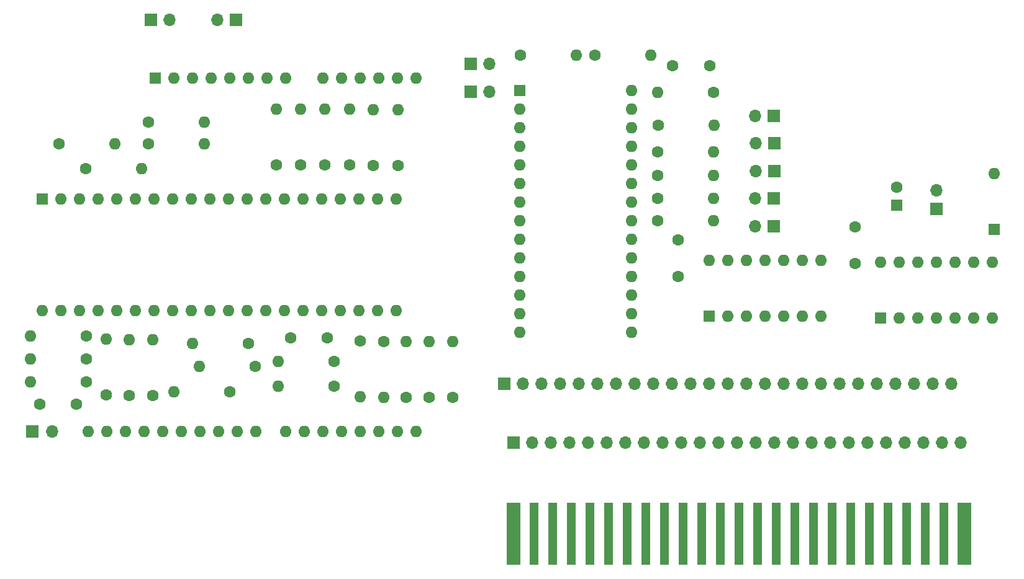
<source format=gbr>
G04 #@! TF.GenerationSoftware,KiCad,Pcbnew,(6.0.2)*
G04 #@! TF.CreationDate,2022-07-02T16:06:33-05:00*
G04 #@! TF.ProjectId,Apple2Card,4170706c-6532-4436-9172-642e6b696361,rev?*
G04 #@! TF.SameCoordinates,Original*
G04 #@! TF.FileFunction,Soldermask,Bot*
G04 #@! TF.FilePolarity,Negative*
%FSLAX46Y46*%
G04 Gerber Fmt 4.6, Leading zero omitted, Abs format (unit mm)*
G04 Created by KiCad (PCBNEW (6.0.2)) date 2022-07-02 16:06:33*
%MOMM*%
%LPD*%
G01*
G04 APERTURE LIST*
%ADD10R,1.600000X1.600000*%
%ADD11O,1.600000X1.600000*%
%ADD12C,1.600000*%
%ADD13R,1.700000X1.700000*%
%ADD14O,1.700000X1.700000*%
%ADD15R,1.910000X8.530000*%
%ADD16R,1.270000X8.530000*%
G04 APERTURE END LIST*
D10*
X185880000Y-57490000D03*
D11*
X185880000Y-49870000D03*
D12*
X131500000Y-33630000D03*
D11*
X139120000Y-33630000D03*
D13*
X178010000Y-54640000D03*
D14*
X178010000Y-52100000D03*
D12*
X142100000Y-35130000D03*
X147100000Y-35130000D03*
X142810000Y-58930000D03*
X142810000Y-63930000D03*
D13*
X114555000Y-34890000D03*
D14*
X117095000Y-34890000D03*
D12*
X140100000Y-43220000D03*
D11*
X147720000Y-43220000D03*
D13*
X155920000Y-45720000D03*
D14*
X153380000Y-45720000D03*
D10*
X71525000Y-36790000D03*
D11*
X74065000Y-36790000D03*
X76605000Y-36790000D03*
X79145000Y-36790000D03*
X81685000Y-36790000D03*
X84225000Y-36790000D03*
X86765000Y-36790000D03*
X89305000Y-36790000D03*
X94385000Y-36790000D03*
X96925000Y-36790000D03*
X99465000Y-36790000D03*
X102005000Y-36790000D03*
X104545000Y-36790000D03*
X107085000Y-36790000D03*
X107085000Y-85050000D03*
X104545000Y-85050000D03*
X102005000Y-85050000D03*
X99465000Y-85050000D03*
X96925000Y-85050000D03*
X94385000Y-85050000D03*
X91845000Y-85050000D03*
X89305000Y-85050000D03*
X85245000Y-85050000D03*
X82705000Y-85050000D03*
X80165000Y-85050000D03*
X77625000Y-85050000D03*
X75085000Y-85050000D03*
X72545000Y-85050000D03*
X70005000Y-85050000D03*
X67465000Y-85050000D03*
X64925000Y-85050000D03*
X62385000Y-85050000D03*
D12*
X140050000Y-56310000D03*
D11*
X147670000Y-56310000D03*
D15*
X181864000Y-99060000D03*
D16*
X179070000Y-99060000D03*
X176530000Y-99060000D03*
X173990000Y-99060000D03*
X171450000Y-99060000D03*
X168910000Y-99060000D03*
X166370000Y-99060000D03*
X163830000Y-99060000D03*
X161290000Y-99060000D03*
X158750000Y-99060000D03*
X156210000Y-99060000D03*
X153670000Y-99060000D03*
X151130000Y-99060000D03*
X148590000Y-99060000D03*
X146050000Y-99060000D03*
X143510000Y-99060000D03*
X140970000Y-99060000D03*
X138430000Y-99060000D03*
X135890000Y-99060000D03*
X133350000Y-99060000D03*
X130810000Y-99060000D03*
X128270000Y-99060000D03*
X125730000Y-99060000D03*
X123190000Y-99060000D03*
D15*
X120396000Y-99060000D03*
D13*
X155885000Y-41970000D03*
D14*
X153345000Y-41970000D03*
D13*
X120396000Y-86614000D03*
D14*
X122936000Y-86614000D03*
X125476000Y-86614000D03*
X128016000Y-86614000D03*
X130556000Y-86614000D03*
X133096000Y-86614000D03*
X135636000Y-86614000D03*
X138176000Y-86614000D03*
X140716000Y-86614000D03*
X143256000Y-86614000D03*
X145796000Y-86614000D03*
X148336000Y-86614000D03*
X150876000Y-86614000D03*
X153416000Y-86614000D03*
X155956000Y-86614000D03*
X158496000Y-86614000D03*
X161036000Y-86614000D03*
X163576000Y-86614000D03*
X166116000Y-86614000D03*
X168656000Y-86614000D03*
X171196000Y-86614000D03*
X173736000Y-86614000D03*
X176276000Y-86614000D03*
X178816000Y-86614000D03*
X181356000Y-86614000D03*
D13*
X119130000Y-78510000D03*
D14*
X121670000Y-78510000D03*
X124210000Y-78510000D03*
X126750000Y-78510000D03*
X129290000Y-78510000D03*
X131830000Y-78510000D03*
X134370000Y-78510000D03*
X136910000Y-78510000D03*
X139450000Y-78510000D03*
X141990000Y-78510000D03*
X144530000Y-78510000D03*
X147070000Y-78510000D03*
X149610000Y-78510000D03*
X152150000Y-78510000D03*
X154690000Y-78510000D03*
X157230000Y-78510000D03*
X159770000Y-78510000D03*
X162310000Y-78510000D03*
X164850000Y-78510000D03*
X167390000Y-78510000D03*
X169930000Y-78510000D03*
X172470000Y-78510000D03*
X175010000Y-78510000D03*
X177550000Y-78510000D03*
X180090000Y-78510000D03*
D13*
X155900000Y-53240000D03*
D14*
X153360000Y-53240000D03*
D12*
X140060000Y-50050000D03*
D11*
X147680000Y-50050000D03*
D12*
X121300000Y-33660000D03*
D11*
X128920000Y-33660000D03*
D10*
X147066000Y-69342000D03*
D11*
X149606000Y-69342000D03*
X152146000Y-69342000D03*
X154686000Y-69342000D03*
X157226000Y-69342000D03*
X159766000Y-69342000D03*
X162306000Y-69342000D03*
X162306000Y-61722000D03*
X159766000Y-61722000D03*
X157226000Y-61722000D03*
X154686000Y-61722000D03*
X152146000Y-61722000D03*
X149606000Y-61722000D03*
X147066000Y-61722000D03*
D10*
X170429000Y-69586000D03*
D11*
X172969000Y-69586000D03*
X175509000Y-69586000D03*
X178049000Y-69586000D03*
X180589000Y-69586000D03*
X183129000Y-69586000D03*
X185669000Y-69586000D03*
X185669000Y-61966000D03*
X183129000Y-61966000D03*
X180589000Y-61966000D03*
X178049000Y-61966000D03*
X175509000Y-61966000D03*
X172969000Y-61966000D03*
X170429000Y-61966000D03*
D12*
X140060000Y-46890000D03*
D11*
X147680000Y-46890000D03*
D12*
X140060000Y-53210000D03*
D11*
X147680000Y-53210000D03*
D13*
X155910000Y-49490000D03*
D14*
X153370000Y-49490000D03*
D12*
X147630000Y-38740000D03*
D11*
X140010000Y-38740000D03*
D14*
X57510000Y-85050000D03*
D13*
X54765000Y-85050000D03*
D10*
X121235000Y-38515000D03*
D11*
X121235000Y-41055000D03*
X121235000Y-43595000D03*
X121235000Y-46135000D03*
X121235000Y-48675000D03*
X121235000Y-51215000D03*
X121235000Y-53755000D03*
X121235000Y-56295000D03*
X121235000Y-58835000D03*
X121235000Y-61375000D03*
X121235000Y-63915000D03*
X121235000Y-66455000D03*
X121235000Y-68995000D03*
X121235000Y-71535000D03*
X136475000Y-71535000D03*
X136475000Y-68995000D03*
X136475000Y-66455000D03*
X136475000Y-63915000D03*
X136475000Y-61375000D03*
X136475000Y-58835000D03*
X136475000Y-56295000D03*
X136475000Y-53755000D03*
X136475000Y-51215000D03*
X136475000Y-48675000D03*
X136475000Y-46135000D03*
X136475000Y-43595000D03*
X136475000Y-41055000D03*
X136475000Y-38515000D03*
D13*
X114515000Y-38660000D03*
D14*
X117055000Y-38660000D03*
D13*
X155865000Y-57070000D03*
D14*
X153325000Y-57070000D03*
D12*
X166920000Y-62150000D03*
X166920000Y-57150000D03*
D10*
X172620000Y-54190000D03*
D12*
X172620000Y-51690000D03*
D13*
X70930000Y-28880000D03*
D14*
X73470000Y-28880000D03*
D12*
X98000000Y-48650000D03*
D11*
X98000000Y-41030000D03*
D12*
X94650000Y-48625000D03*
D11*
X94650000Y-41005000D03*
D12*
X68000000Y-80120000D03*
D11*
X68000000Y-72500000D03*
D12*
X95940000Y-78860000D03*
D11*
X88320000Y-78860000D03*
D13*
X82530000Y-28880000D03*
D14*
X79990000Y-28880000D03*
D12*
X112070000Y-80410000D03*
D11*
X112070000Y-72790000D03*
D12*
X108860000Y-80430000D03*
D11*
X108860000Y-72810000D03*
D12*
X88075000Y-48635000D03*
D11*
X88075000Y-41015000D03*
D12*
X71225000Y-80120000D03*
D11*
X71225000Y-72500000D03*
D12*
X104625000Y-48700000D03*
D11*
X104625000Y-41080000D03*
D12*
X99500000Y-72670000D03*
D11*
X99500000Y-80290000D03*
D12*
X58410000Y-45730000D03*
D11*
X66030000Y-45730000D03*
D12*
X60770000Y-81330000D03*
X55770000Y-81330000D03*
X105770000Y-80430000D03*
D11*
X105770000Y-72810000D03*
D12*
X62080000Y-49150000D03*
D11*
X69700000Y-49150000D03*
D12*
X81670000Y-79600000D03*
D11*
X74050000Y-79600000D03*
D12*
X62170000Y-75110000D03*
D11*
X54550000Y-75110000D03*
D10*
X56085000Y-53325000D03*
D11*
X58625000Y-53325000D03*
X61165000Y-53325000D03*
X63705000Y-53325000D03*
X66245000Y-53325000D03*
X68785000Y-53325000D03*
X71325000Y-53325000D03*
X73865000Y-53325000D03*
X76405000Y-53325000D03*
X78945000Y-53325000D03*
X81485000Y-53325000D03*
X84025000Y-53325000D03*
X86565000Y-53325000D03*
X89105000Y-53325000D03*
X91645000Y-53325000D03*
X94185000Y-53325000D03*
X96725000Y-53325000D03*
X99265000Y-53325000D03*
X101805000Y-53325000D03*
X104345000Y-53325000D03*
X104345000Y-68565000D03*
X101805000Y-68565000D03*
X99265000Y-68565000D03*
X96725000Y-68565000D03*
X94185000Y-68565000D03*
X91645000Y-68565000D03*
X89105000Y-68565000D03*
X86565000Y-68565000D03*
X84025000Y-68565000D03*
X81485000Y-68565000D03*
X78945000Y-68565000D03*
X76405000Y-68565000D03*
X73865000Y-68565000D03*
X71325000Y-68565000D03*
X68785000Y-68565000D03*
X66245000Y-68565000D03*
X63705000Y-68565000D03*
X61165000Y-68565000D03*
X58625000Y-68565000D03*
X56085000Y-68565000D03*
D12*
X62110000Y-78270000D03*
D11*
X54490000Y-78270000D03*
D12*
X85180000Y-76130000D03*
D11*
X77560000Y-76130000D03*
D12*
X64830000Y-80050000D03*
D11*
X64830000Y-72430000D03*
D12*
X84260000Y-73000000D03*
D11*
X76640000Y-73000000D03*
D12*
X62160000Y-71990000D03*
D11*
X54540000Y-71990000D03*
D12*
X70610000Y-45810000D03*
D11*
X78230000Y-45810000D03*
D12*
X95900000Y-75510000D03*
D11*
X88280000Y-75510000D03*
D12*
X91375000Y-48635000D03*
D11*
X91375000Y-41015000D03*
D12*
X101225000Y-48725000D03*
D11*
X101225000Y-41105000D03*
D12*
X70570000Y-42810000D03*
D11*
X78190000Y-42810000D03*
D12*
X90010000Y-72310000D03*
X95010000Y-72310000D03*
X102680000Y-72810000D03*
D11*
X102680000Y-80430000D03*
M02*

</source>
